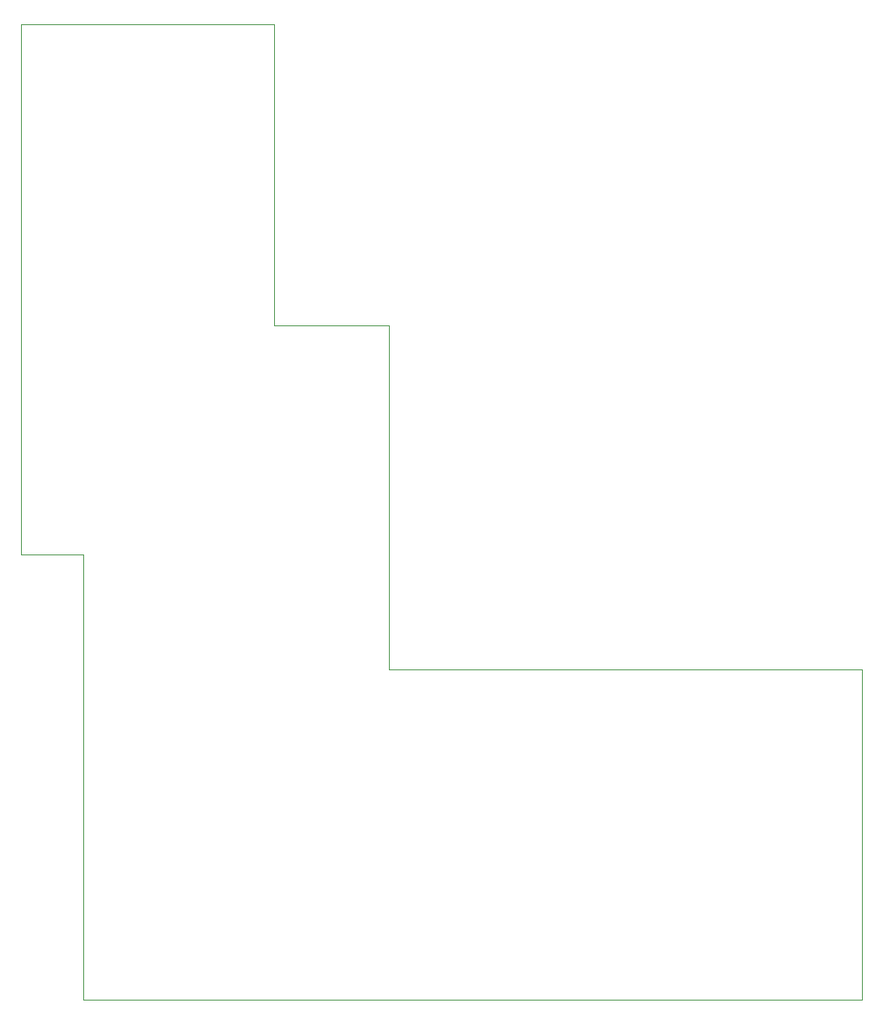
<source format=gbr>
G04 #@! TF.GenerationSoftware,KiCad,Pcbnew,8.0.4*
G04 #@! TF.CreationDate,2024-08-06T18:41:40+09:00*
G04 #@! TF.ProjectId,Fakedeck-garber,46616b65-6465-4636-9b2d-676172626572,rev?*
G04 #@! TF.SameCoordinates,Original*
G04 #@! TF.FileFunction,Profile,NP*
%FSLAX46Y46*%
G04 Gerber Fmt 4.6, Leading zero omitted, Abs format (unit mm)*
G04 Created by KiCad (PCBNEW 8.0.4) date 2024-08-06 18:41:40*
%MOMM*%
%LPD*%
G01*
G04 APERTURE LIST*
G04 #@! TA.AperFunction,Profile*
%ADD10C,0.050000*%
G04 #@! TD*
G04 APERTURE END LIST*
D10*
X144465000Y-145195000D02*
X174720000Y-145195000D01*
X117965000Y-98695000D02*
X117965000Y-43195000D01*
X124460000Y-129940000D02*
X124465000Y-145195000D01*
X124460000Y-113430000D02*
X124465000Y-98695000D01*
X144465000Y-74695000D02*
X144465000Y-43195000D01*
X144465000Y-145195000D02*
X124465000Y-145195000D01*
X205965000Y-110695000D02*
X156465000Y-110695000D01*
X156465000Y-110695000D02*
X156465000Y-74695000D01*
X144465000Y-43195000D02*
X117965000Y-43195000D01*
X124465000Y-98695000D02*
X123965000Y-98695000D01*
X156465000Y-74695000D02*
X144465000Y-74695000D01*
X117965000Y-98695000D02*
X123965000Y-98695000D01*
X191230000Y-145195000D02*
X205965000Y-145195000D01*
X205965000Y-145195000D02*
X205965000Y-110695000D01*
X189325000Y-145195000D02*
X174720000Y-145195000D01*
X189325000Y-145195000D02*
X191230000Y-145195000D01*
X124460000Y-113430000D02*
X124460000Y-115335000D01*
X124460000Y-129940000D02*
X124460000Y-115335000D01*
M02*

</source>
